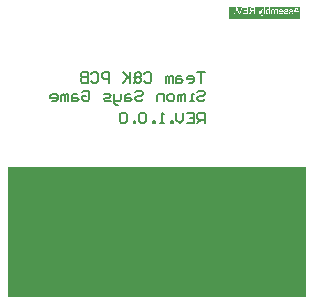
<source format=gbo>
G04*
G04 #@! TF.GenerationSoftware,Altium Limited,Altium Designer,21.1.1 (26)*
G04*
G04 Layer_Color=32896*
%FSLAX25Y25*%
%MOIN*%
G70*
G04*
G04 #@! TF.SameCoordinates,969F4329-1E93-4840-8548-A094FB753E80*
G04*
G04*
G04 #@! TF.FilePolarity,Positive*
G04*
G01*
G75*
%ADD10C,0.00787*%
%ADD146R,0.99410X0.43307*%
G36*
X291300Y175942D02*
X291303Y175935D01*
Y175922D01*
X291309Y175909D01*
X291313Y175886D01*
X291319Y175863D01*
X291332Y175807D01*
X291349Y175742D01*
X291372Y175669D01*
X291395Y175591D01*
X291424Y175509D01*
X291670Y174846D01*
X290903D01*
X291139Y175469D01*
Y175473D01*
X291142Y175482D01*
X291149Y175499D01*
X291155Y175519D01*
X291165Y175541D01*
X291175Y175571D01*
X291185Y175604D01*
X291198Y175637D01*
X291224Y175712D01*
X291250Y175791D01*
X291277Y175870D01*
X291300Y175945D01*
Y175942D01*
D02*
G37*
G36*
X292323Y172244D02*
X268701D01*
Y176181D01*
X292323D01*
X290201D01*
Y173911D01*
Y176181D01*
X291129D01*
X290201Y173911D01*
X290542D01*
X290808Y174600D01*
X291759D01*
X292005Y173911D01*
X292323D01*
X291457Y176181D01*
X292323D01*
D01*
Y172244D01*
D02*
G37*
%LPC*%
G36*
X285058Y175594D02*
Y175558D01*
X284808D01*
Y175322D01*
X284805Y175328D01*
X284795Y175341D01*
X284776Y175364D01*
X284753Y175391D01*
X284723Y175423D01*
X284687Y175456D01*
X284648Y175489D01*
X284602Y175519D01*
X284595Y175522D01*
X284579Y175532D01*
X284553Y175541D01*
X284516Y175558D01*
X284474Y175571D01*
X284425Y175581D01*
X284369Y175591D01*
X284310Y175594D01*
X285058D01*
X284310D01*
D01*
X284280D01*
X284244Y175591D01*
X284205Y175584D01*
X284156Y175574D01*
X284106Y175561D01*
X284057Y175541D01*
X284011Y175515D01*
X284005Y175512D01*
X283992Y175502D01*
X283972Y175486D01*
X283946Y175460D01*
X283920Y175430D01*
X283890Y175394D01*
X283864Y175351D01*
X283844Y175302D01*
X283841Y175305D01*
X283834Y175315D01*
X283824Y175328D01*
X283808Y175348D01*
X283788Y175371D01*
X283765Y175394D01*
X283739Y175420D01*
X283706Y175450D01*
X283670Y175476D01*
X283634Y175502D01*
X283592Y175525D01*
X283546Y175548D01*
X283496Y175568D01*
X283444Y175581D01*
X283391Y175591D01*
X283332Y175594D01*
X283559D01*
X282824D01*
X283309D01*
X283293Y175591D01*
X283270D01*
X283247Y175587D01*
X283191Y175578D01*
X283132Y175561D01*
X283070Y175535D01*
X283008Y175502D01*
X282955Y175456D01*
X282949Y175450D01*
X282936Y175430D01*
X282912Y175400D01*
X282903Y175378D01*
X282890Y175355D01*
X282876Y175325D01*
X282867Y175295D01*
X282854Y175263D01*
X282844Y175223D01*
X282837Y175184D01*
X282831Y175138D01*
X282824Y175092D01*
Y173911D01*
X283103D01*
Y174944D01*
Y174948D01*
Y174951D01*
Y174971D01*
Y175000D01*
X283106Y175036D01*
X283109Y175076D01*
X283113Y175115D01*
X283119Y175154D01*
X283129Y175184D01*
Y175187D01*
X283136Y175197D01*
X283142Y175210D01*
X283152Y175227D01*
X283165Y175246D01*
X283182Y175266D01*
X283201Y175286D01*
X283227Y175305D01*
X283231Y175309D01*
X283241Y175312D01*
X283254Y175319D01*
X283277Y175328D01*
X283299Y175338D01*
X283329Y175345D01*
X283359Y175348D01*
X283395Y175351D01*
X283411D01*
X283424Y175348D01*
X283457Y175345D01*
X283496Y175338D01*
X283542Y175322D01*
X283592Y175302D01*
X283641Y175273D01*
X283687Y175233D01*
X283690Y175227D01*
X283703Y175210D01*
X283723Y175184D01*
X283742Y175145D01*
X283765Y175092D01*
X283782Y175030D01*
X283795Y174954D01*
X283801Y174866D01*
Y173911D01*
X283569D01*
X284080D01*
Y174977D01*
Y174981D01*
Y174987D01*
Y174994D01*
Y175007D01*
X284084Y175043D01*
X284090Y175082D01*
X284097Y175128D01*
X284110Y175174D01*
X284126Y175217D01*
X284149Y175256D01*
X284152Y175259D01*
X284162Y175273D01*
X284179Y175286D01*
X284202Y175305D01*
X284231Y175322D01*
X284270Y175338D01*
X284316Y175348D01*
X284372Y175351D01*
X284392D01*
X284415Y175348D01*
X284441Y175345D01*
X284474Y175335D01*
X284513Y175325D01*
X284549Y175309D01*
X284589Y175289D01*
X284592Y175286D01*
X284605Y175276D01*
X284621Y175263D01*
X284644Y175243D01*
X284667Y175217D01*
X284690Y175184D01*
X284713Y175148D01*
X284733Y175105D01*
X284736Y175099D01*
X284739Y175082D01*
X284746Y175056D01*
X284756Y175020D01*
X284766Y174971D01*
X284772Y174912D01*
X284776Y174843D01*
X284779Y174764D01*
Y173911D01*
X284313D01*
X285058D01*
Y175594D01*
D02*
G37*
G36*
X286914Y174971D02*
Y174758D01*
D01*
Y174971D01*
D02*
G37*
G36*
X280101Y175558D02*
X279806D01*
X279462Y174603D01*
Y174600D01*
X279459Y174597D01*
X279455Y174587D01*
X279452Y174571D01*
X279446Y174554D01*
X279439Y174534D01*
X279423Y174489D01*
X279403Y174433D01*
X279383Y174367D01*
X279363Y174298D01*
X279344Y174223D01*
Y174226D01*
X279341Y174233D01*
X279337Y174243D01*
X279334Y174256D01*
X279331Y174272D01*
X279324Y174292D01*
X279311Y174341D01*
X279295Y174397D01*
X279272Y174462D01*
X279252Y174528D01*
X279226Y174597D01*
X278871Y175558D01*
X278593D01*
Y173246D01*
D01*
Y175558D01*
X279219Y173885D01*
Y173882D01*
X279222Y173872D01*
X279229Y173859D01*
X279236Y173843D01*
X279245Y173819D01*
X279255Y173793D01*
X279278Y173738D01*
X279301Y173675D01*
X279328Y173613D01*
X279354Y173557D01*
X279367Y173534D01*
X279377Y173511D01*
X279380Y173505D01*
X279390Y173488D01*
X279406Y173465D01*
X279426Y173436D01*
X279452Y173403D01*
X279482Y173370D01*
X279511Y173337D01*
X279547Y173311D01*
X279551Y173308D01*
X279564Y173301D01*
X279583Y173291D01*
X279613Y173278D01*
X279646Y173265D01*
X279685Y173255D01*
X279728Y173249D01*
X279777Y173246D01*
X278593D01*
X280101D01*
D01*
X279790D01*
X279806Y173249D01*
X279829D01*
X279855Y173255D01*
X279885Y173262D01*
X279918Y173268D01*
X279954Y173282D01*
X279983Y173541D01*
X279980D01*
X279967Y173537D01*
X279951Y173534D01*
X279931Y173528D01*
X279878Y173518D01*
X279826Y173514D01*
X279810D01*
X279793Y173518D01*
X279773D01*
X279724Y173528D01*
X279701Y173537D01*
X279678Y173547D01*
X279675D01*
X279669Y173554D01*
X279659Y173560D01*
X279646Y173570D01*
X279616Y173597D01*
X279590Y173633D01*
Y173636D01*
X279583Y173642D01*
X279577Y173655D01*
X279570Y173675D01*
X279557Y173701D01*
X279544Y173741D01*
X279524Y173787D01*
X279505Y173843D01*
Y173846D01*
X279498Y173859D01*
X279491Y173882D01*
X279478Y173911D01*
X280101Y175558D01*
D02*
G37*
G36*
X275142Y176181D02*
X273499D01*
Y175912D01*
X274840D01*
Y175220D01*
X273584D01*
Y174951D01*
X274840D01*
Y174180D01*
X273446D01*
Y176181D01*
D01*
Y173911D01*
X275142D01*
Y176181D01*
D02*
G37*
G36*
X286914Y175594D02*
X285396D01*
D01*
X286114D01*
X286091Y175591D01*
X286065Y175587D01*
X286032Y175581D01*
X285996Y175574D01*
X285953Y175565D01*
X285914Y175555D01*
X285868Y175538D01*
X285825Y175522D01*
X285779Y175499D01*
X285733Y175473D01*
X285687Y175443D01*
X285645Y175407D01*
X285605Y175368D01*
X285602Y175364D01*
X285596Y175358D01*
X285586Y175345D01*
X285573Y175325D01*
X285556Y175302D01*
X285540Y175276D01*
X285520Y175243D01*
X285500Y175204D01*
X285481Y175161D01*
X285461Y175115D01*
X285445Y175063D01*
X285428Y175007D01*
X285415Y174944D01*
X285405Y174879D01*
X285399Y174810D01*
X285396Y174735D01*
Y173875D01*
Y174695D01*
X285399Y174662D01*
X286629D01*
Y174659D01*
Y174649D01*
X286626Y174636D01*
Y174617D01*
X286622Y174594D01*
X286616Y174567D01*
X286606Y174508D01*
X286586Y174443D01*
X286560Y174371D01*
X286524Y174305D01*
X286478Y174246D01*
X286475D01*
X286471Y174239D01*
X286452Y174223D01*
X286422Y174200D01*
X286383Y174177D01*
X286330Y174151D01*
X286271Y174128D01*
X286206Y174111D01*
X286170Y174108D01*
X286130Y174105D01*
X286104D01*
X286074Y174108D01*
X286038Y174115D01*
X285999Y174125D01*
X285953Y174138D01*
X285910Y174157D01*
X285868Y174184D01*
X285864Y174187D01*
X285848Y174200D01*
X285828Y174220D01*
X285806Y174246D01*
X285779Y174282D01*
X285750Y174328D01*
X285720Y174380D01*
X285694Y174443D01*
X285405Y174407D01*
Y174403D01*
X285409Y174397D01*
X285412Y174384D01*
X285418Y174364D01*
X285428Y174344D01*
X285438Y174318D01*
X285464Y174262D01*
X285497Y174200D01*
X285543Y174134D01*
X285596Y174072D01*
X285661Y174013D01*
X285664D01*
X285671Y174006D01*
X285681Y174000D01*
X285694Y173990D01*
X285714Y173980D01*
X285733Y173970D01*
X285759Y173957D01*
X285789Y173944D01*
X285822Y173931D01*
X285855Y173918D01*
X285937Y173898D01*
X286029Y173882D01*
X286130Y173875D01*
X286166D01*
X286189Y173879D01*
X286219Y173882D01*
X286255Y173888D01*
X286294Y173895D01*
X286337Y173901D01*
X286429Y173928D01*
X286478Y173947D01*
X286524Y173967D01*
X286573Y173993D01*
X286619Y174023D01*
X286662Y174056D01*
X286704Y174095D01*
X286707Y174098D01*
X286714Y174105D01*
X286724Y174118D01*
X286737Y174138D01*
X286753Y174161D01*
X286770Y174187D01*
X286789Y174220D01*
X286809Y174256D01*
X286829Y174298D01*
X286848Y174344D01*
X286865Y174397D01*
X286881Y174452D01*
X286894Y174512D01*
X286904Y174577D01*
X286911Y174646D01*
X286914Y174718D01*
Y174758D01*
X286911Y174787D01*
X286908Y174823D01*
X286904Y174863D01*
X286898Y174908D01*
X286888Y174954D01*
X286862Y175059D01*
X286845Y175112D01*
X286826Y175168D01*
X286799Y175220D01*
X286770Y175269D01*
X286737Y175319D01*
X286701Y175364D01*
X286698Y175368D01*
X286691Y175374D01*
X286678Y175384D01*
X286662Y175400D01*
X286642Y175417D01*
X286616Y175436D01*
X286586Y175460D01*
X286550Y175479D01*
X286514Y175502D01*
X286471Y175522D01*
X286425Y175541D01*
X286376Y175558D01*
X286324Y175574D01*
X286268Y175584D01*
X286209Y175591D01*
X286147Y175594D01*
X286914D01*
D02*
G37*
G36*
X282417Y176181D02*
X280990D01*
Y173875D01*
Y174718D01*
X280994Y174689D01*
X280997Y174653D01*
X281000Y174613D01*
X281007Y174567D01*
X281017Y174518D01*
X281043Y174413D01*
X281059Y174357D01*
X281079Y174305D01*
X281102Y174249D01*
X281132Y174200D01*
X281164Y174151D01*
X281200Y174105D01*
X281204Y174102D01*
X281210Y174095D01*
X281220Y174085D01*
X281236Y174069D01*
X281259Y174052D01*
X281282Y174033D01*
X281309Y174013D01*
X281341Y173990D01*
X281378Y173970D01*
X281414Y173947D01*
X281502Y173911D01*
X281548Y173895D01*
X281597Y173885D01*
X281650Y173879D01*
X281702Y173875D01*
X281715D01*
X281732Y173879D01*
X281751D01*
X281774Y173882D01*
X281804Y173888D01*
X281870Y173905D01*
X281906Y173918D01*
X281942Y173934D01*
X281981Y173954D01*
X282017Y173977D01*
X282056Y174006D01*
X282092Y174039D01*
X282125Y174075D01*
X282158Y174118D01*
Y173911D01*
X282417D01*
Y176181D01*
D02*
G37*
G36*
X280653D02*
X280374D01*
Y173911D01*
X280653D01*
Y176181D01*
D02*
G37*
G36*
X277432D02*
X276379D01*
X276353Y176178D01*
X276323D01*
X276254Y176174D01*
X276182Y176165D01*
X276103Y176155D01*
X276031Y176138D01*
X275995Y176129D01*
X275965Y176119D01*
X275962D01*
X275959Y176116D01*
X275939Y176106D01*
X275910Y176093D01*
X275874Y176070D01*
X275834Y176040D01*
X275792Y176001D01*
X275752Y175955D01*
X275713Y175902D01*
Y175899D01*
X275710Y175896D01*
X275696Y175876D01*
X275683Y175843D01*
X275664Y175801D01*
X275647Y175751D01*
X275631Y175692D01*
X275621Y175630D01*
X275618Y175561D01*
Y175558D01*
Y175551D01*
Y175538D01*
X275621Y175522D01*
Y175499D01*
X275624Y175476D01*
X275638Y175420D01*
X275657Y175355D01*
X275683Y175286D01*
X275723Y175217D01*
X275749Y175184D01*
X275775Y175151D01*
X275779Y175148D01*
X275782Y175145D01*
X275792Y175135D01*
X275805Y175125D01*
X275821Y175112D01*
X275841Y175099D01*
X275867Y175082D01*
X275893Y175063D01*
X275926Y175046D01*
X275962Y175030D01*
X276002Y175010D01*
X276044Y174994D01*
X276093Y174981D01*
X276143Y174964D01*
X276198Y174954D01*
X276257Y174944D01*
X276251Y174941D01*
X276238Y174935D01*
X276218Y174922D01*
X276192Y174908D01*
X276133Y174872D01*
X276103Y174849D01*
X276077Y174830D01*
X276070Y174823D01*
X276054Y174807D01*
X276028Y174780D01*
X275995Y174748D01*
X275959Y174702D01*
X275916Y174653D01*
X275874Y174594D01*
X275828Y174528D01*
X275437Y173911D01*
X275811D01*
X276110Y174384D01*
Y174387D01*
X276116Y174393D01*
X276123Y174403D01*
X276133Y174416D01*
X276156Y174452D01*
X276185Y174498D01*
X276221Y174548D01*
X276257Y174600D01*
X276293Y174649D01*
X276326Y174695D01*
X276330Y174698D01*
X276339Y174712D01*
X276356Y174731D01*
X276379Y174754D01*
X276428Y174803D01*
X276454Y174827D01*
X276480Y174846D01*
X276484Y174849D01*
X276490Y174853D01*
X276503Y174859D01*
X276523Y174869D01*
X276543Y174879D01*
X276566Y174889D01*
X276618Y174905D01*
X276622D01*
X276628Y174908D01*
X276641D01*
X276658Y174912D01*
X276680Y174915D01*
X276707D01*
X276743Y174918D01*
X277130D01*
Y173911D01*
X277432D01*
Y176181D01*
D02*
G37*
G36*
X275437D02*
D01*
Y173911D01*
Y176181D01*
D01*
D02*
G37*
G36*
X273266D02*
X271186D01*
Y173911D01*
Y176181D01*
X272072Y173911D01*
X272387D01*
X273266Y176181D01*
D01*
D02*
G37*
G36*
X270872Y174230D02*
X270553D01*
Y173911D01*
X270872D01*
Y174230D01*
D02*
G37*
G36*
X290106Y175594D02*
X288738D01*
X289423D01*
X289387Y175591D01*
X289338Y175587D01*
X289286Y175581D01*
X289230Y175568D01*
X289171Y175555D01*
X289115Y175535D01*
X289112D01*
X289108Y175532D01*
X289092Y175525D01*
X289066Y175512D01*
X289033Y175496D01*
X288997Y175473D01*
X288961Y175446D01*
X288928Y175417D01*
X288898Y175384D01*
X288895Y175381D01*
X288889Y175368D01*
X288876Y175345D01*
X288859Y175319D01*
X288843Y175279D01*
X288826Y175236D01*
X288813Y175187D01*
X288800Y175131D01*
X289072Y175095D01*
Y175102D01*
X289076Y175115D01*
X289082Y175138D01*
X289092Y175168D01*
X289108Y175197D01*
X289128Y175230D01*
X289151Y175263D01*
X289184Y175292D01*
X289187Y175295D01*
X289200Y175302D01*
X289220Y175315D01*
X289249Y175328D01*
X289282Y175341D01*
X289325Y175355D01*
X289377Y175361D01*
X289433Y175364D01*
X289466D01*
X289499Y175361D01*
X289541Y175358D01*
X289584Y175348D01*
X289630Y175338D01*
X289673Y175322D01*
X289709Y175299D01*
X289712Y175295D01*
X289722Y175289D01*
X289735Y175276D01*
X289748Y175256D01*
X289764Y175236D01*
X289778Y175210D01*
X289787Y175181D01*
X289791Y175151D01*
Y175148D01*
Y175141D01*
X289787Y175131D01*
Y175118D01*
X289778Y175086D01*
X289758Y175053D01*
X289755Y175049D01*
X289751Y175046D01*
X289745Y175036D01*
X289732Y175027D01*
X289719Y175017D01*
X289699Y175004D01*
X289676Y174994D01*
X289650Y174981D01*
X289646D01*
X289640Y174977D01*
X289627Y174974D01*
X289604Y174964D01*
X289571Y174954D01*
X289528Y174944D01*
X289502Y174935D01*
X289473Y174928D01*
X289440Y174918D01*
X289404Y174908D01*
X289400D01*
X289390Y174905D01*
X289374Y174902D01*
X289354Y174895D01*
X289332Y174889D01*
X289302Y174882D01*
X289240Y174863D01*
X289171Y174843D01*
X289102Y174820D01*
X289040Y174797D01*
X289013Y174787D01*
X288990Y174777D01*
X288984Y174774D01*
X288971Y174767D01*
X288951Y174758D01*
X288921Y174741D01*
X288892Y174722D01*
X288862Y174695D01*
X288833Y174666D01*
X288807Y174633D01*
X288803Y174630D01*
X288797Y174617D01*
X288784Y174597D01*
X288771Y174567D01*
X288761Y174531D01*
X288748Y174492D01*
X288741Y174446D01*
X288738Y174393D01*
Y174371D01*
X288741Y174344D01*
X288748Y174308D01*
X288757Y174269D01*
X288774Y174226D01*
X288794Y174177D01*
X288820Y174131D01*
X288823Y174125D01*
X288836Y174111D01*
X288853Y174089D01*
X288879Y174062D01*
X288915Y174033D01*
X288954Y174000D01*
X289000Y173970D01*
X289056Y173941D01*
X289059D01*
X289062Y173938D01*
X289082Y173931D01*
X289115Y173921D01*
X289158Y173908D01*
X289210Y173895D01*
X289269Y173885D01*
X289332Y173879D01*
X289404Y173875D01*
X289433D01*
X289456Y173879D01*
X289482D01*
X289515Y173882D01*
X289548Y173885D01*
X289584Y173892D01*
X289663Y173908D01*
X289745Y173931D01*
X289824Y173964D01*
X289860Y173984D01*
X289892Y174006D01*
X289896Y174010D01*
X289899Y174013D01*
X289919Y174033D01*
X289948Y174062D01*
X289981Y174108D01*
X290017Y174164D01*
X290053Y174230D01*
X290083Y174311D01*
X290106Y174403D01*
X289830Y174446D01*
Y174443D01*
Y174439D01*
X289824Y174420D01*
X289817Y174387D01*
X289804Y174351D01*
X289787Y174311D01*
X289768Y174269D01*
X289738Y174226D01*
X289702Y174190D01*
X289696Y174187D01*
X289682Y174177D01*
X289656Y174164D01*
X289623Y174147D01*
X289581Y174131D01*
X289532Y174118D01*
X289473Y174108D01*
X289404Y174105D01*
X289371D01*
X289338Y174108D01*
X289295Y174115D01*
X289249Y174125D01*
X289200Y174138D01*
X289158Y174154D01*
X289118Y174180D01*
X289115Y174184D01*
X289102Y174193D01*
X289089Y174210D01*
X289069Y174233D01*
X289053Y174259D01*
X289036Y174292D01*
X289026Y174325D01*
X289023Y174364D01*
Y174367D01*
Y174380D01*
X289026Y174397D01*
X289033Y174420D01*
X289043Y174443D01*
X289059Y174466D01*
X289079Y174492D01*
X289108Y174512D01*
X289112Y174515D01*
X289122Y174518D01*
X289138Y174528D01*
X289164Y174538D01*
X289204Y174551D01*
X289227Y174561D01*
X289253Y174567D01*
X289282Y174577D01*
X289315Y174587D01*
X289351Y174597D01*
X289394Y174607D01*
X289397D01*
X289407Y174610D01*
X289423Y174613D01*
X289443Y174620D01*
X289469Y174626D01*
X289499Y174636D01*
X289561Y174653D01*
X289633Y174676D01*
X289702Y174695D01*
X289768Y174718D01*
X289797Y174731D01*
X289820Y174741D01*
X289827Y174744D01*
X289840Y174751D01*
X289860Y174764D01*
X289886Y174780D01*
X289915Y174803D01*
X289945Y174830D01*
X289974Y174859D01*
X290001Y174895D01*
X290004Y174899D01*
X290010Y174912D01*
X290020Y174935D01*
X290030Y174961D01*
X290040Y174994D01*
X290050Y175033D01*
X290056Y175073D01*
X290060Y175118D01*
Y175125D01*
Y175138D01*
X290056Y175158D01*
X290053Y175187D01*
X290047Y175217D01*
X290040Y175253D01*
X290027Y175286D01*
X290010Y175322D01*
X290007Y175325D01*
X290001Y175338D01*
X289991Y175355D01*
X289974Y175378D01*
X289955Y175400D01*
X289932Y175430D01*
X289906Y175456D01*
X289873Y175479D01*
X289869Y175482D01*
X289860Y175486D01*
X289846Y175496D01*
X289827Y175505D01*
X289801Y175519D01*
X289771Y175532D01*
X289735Y175545D01*
X289696Y175558D01*
X289689Y175561D01*
X289676Y175565D01*
X289653Y175571D01*
X289623Y175578D01*
X289587Y175584D01*
X289548Y175587D01*
X289502Y175594D01*
X290106D01*
D02*
G37*
G36*
X288518D02*
X287150D01*
X287836D01*
X287800Y175591D01*
X287751Y175587D01*
X287698Y175581D01*
X287642Y175568D01*
X287583Y175555D01*
X287527Y175535D01*
X287524D01*
X287521Y175532D01*
X287505Y175525D01*
X287478Y175512D01*
X287445Y175496D01*
X287409Y175473D01*
X287373Y175446D01*
X287340Y175417D01*
X287311Y175384D01*
X287308Y175381D01*
X287301Y175368D01*
X287288Y175345D01*
X287272Y175319D01*
X287255Y175279D01*
X287239Y175236D01*
X287226Y175187D01*
X287213Y175131D01*
X287485Y175095D01*
Y175102D01*
X287488Y175115D01*
X287495Y175138D01*
X287505Y175168D01*
X287521Y175197D01*
X287541Y175230D01*
X287563Y175263D01*
X287596Y175292D01*
X287600Y175295D01*
X287613Y175302D01*
X287632Y175315D01*
X287662Y175328D01*
X287695Y175341D01*
X287737Y175355D01*
X287790Y175361D01*
X287846Y175364D01*
X287878D01*
X287911Y175361D01*
X287954Y175358D01*
X287997Y175348D01*
X288042Y175338D01*
X288085Y175322D01*
X288121Y175299D01*
X288124Y175295D01*
X288134Y175289D01*
X288147Y175276D01*
X288160Y175256D01*
X288177Y175236D01*
X288190Y175210D01*
X288200Y175181D01*
X288203Y175151D01*
Y175148D01*
Y175141D01*
X288200Y175131D01*
Y175118D01*
X288190Y175086D01*
X288170Y175053D01*
X288167Y175049D01*
X288164Y175046D01*
X288157Y175036D01*
X288144Y175027D01*
X288131Y175017D01*
X288111Y175004D01*
X288088Y174994D01*
X288062Y174981D01*
X288059D01*
X288052Y174977D01*
X288039Y174974D01*
X288016Y174964D01*
X287983Y174954D01*
X287941Y174944D01*
X287914Y174935D01*
X287885Y174928D01*
X287852Y174918D01*
X287816Y174908D01*
X287813D01*
X287803Y174905D01*
X287787Y174902D01*
X287767Y174895D01*
X287744Y174889D01*
X287714Y174882D01*
X287652Y174863D01*
X287583Y174843D01*
X287514Y174820D01*
X287452Y174797D01*
X287426Y174787D01*
X287403Y174777D01*
X287396Y174774D01*
X287383Y174767D01*
X287364Y174758D01*
X287334Y174741D01*
X287304Y174722D01*
X287275Y174695D01*
X287245Y174666D01*
X287219Y174633D01*
X287216Y174630D01*
X287209Y174617D01*
X287196Y174597D01*
X287183Y174567D01*
X287173Y174531D01*
X287160Y174492D01*
X287154Y174446D01*
X287150Y174393D01*
Y174371D01*
X287154Y174344D01*
X287160Y174308D01*
X287170Y174269D01*
X287186Y174226D01*
X287206Y174177D01*
X287232Y174131D01*
X287236Y174125D01*
X287249Y174111D01*
X287265Y174089D01*
X287291Y174062D01*
X287327Y174033D01*
X287367Y174000D01*
X287413Y173970D01*
X287468Y173941D01*
X287472D01*
X287475Y173938D01*
X287495Y173931D01*
X287527Y173921D01*
X287570Y173908D01*
X287623Y173895D01*
X287682Y173885D01*
X287744Y173879D01*
X287816Y173875D01*
X287846D01*
X287869Y173879D01*
X287895D01*
X287928Y173882D01*
X287960Y173885D01*
X287997Y173892D01*
X288075Y173908D01*
X288157Y173931D01*
X288236Y173964D01*
X288272Y173984D01*
X288305Y174006D01*
X288308Y174010D01*
X288311Y174013D01*
X288331Y174033D01*
X288361Y174062D01*
X288393Y174108D01*
X288429Y174164D01*
X288465Y174230D01*
X288495Y174311D01*
X288518Y174403D01*
X288243Y174446D01*
Y174443D01*
Y174439D01*
X288236Y174420D01*
X288229Y174387D01*
X288216Y174351D01*
X288200Y174311D01*
X288180Y174269D01*
X288151Y174226D01*
X288115Y174190D01*
X288108Y174187D01*
X288095Y174177D01*
X288069Y174164D01*
X288036Y174147D01*
X287993Y174131D01*
X287944Y174118D01*
X287885Y174108D01*
X287816Y174105D01*
X287783D01*
X287751Y174108D01*
X287708Y174115D01*
X287662Y174125D01*
X287613Y174138D01*
X287570Y174154D01*
X287531Y174180D01*
X287527Y174184D01*
X287514Y174193D01*
X287501Y174210D01*
X287482Y174233D01*
X287465Y174259D01*
X287449Y174292D01*
X287439Y174325D01*
X287436Y174364D01*
Y174367D01*
Y174380D01*
X287439Y174397D01*
X287445Y174420D01*
X287455Y174443D01*
X287472Y174466D01*
X287491Y174492D01*
X287521Y174512D01*
X287524Y174515D01*
X287534Y174518D01*
X287550Y174528D01*
X287577Y174538D01*
X287616Y174551D01*
X287639Y174561D01*
X287665Y174567D01*
X287695Y174577D01*
X287728Y174587D01*
X287764Y174597D01*
X287806Y174607D01*
X287809D01*
X287819Y174610D01*
X287836Y174613D01*
X287856Y174620D01*
X287882Y174626D01*
X287911Y174636D01*
X287973Y174653D01*
X288046Y174676D01*
X288115Y174695D01*
X288180Y174718D01*
X288210Y174731D01*
X288233Y174741D01*
X288239Y174744D01*
X288252Y174751D01*
X288272Y174764D01*
X288298Y174780D01*
X288328Y174803D01*
X288357Y174830D01*
X288387Y174859D01*
X288413Y174895D01*
X288416Y174899D01*
X288423Y174912D01*
X288433Y174935D01*
X288443Y174961D01*
X288452Y174994D01*
X288462Y175033D01*
X288469Y175073D01*
X288472Y175118D01*
Y175125D01*
Y175138D01*
X288469Y175158D01*
X288465Y175187D01*
X288459Y175217D01*
X288452Y175253D01*
X288439Y175286D01*
X288423Y175322D01*
X288420Y175325D01*
X288413Y175338D01*
X288403Y175355D01*
X288387Y175378D01*
X288367Y175400D01*
X288344Y175430D01*
X288318Y175456D01*
X288285Y175479D01*
X288282Y175482D01*
X288272Y175486D01*
X288259Y175496D01*
X288239Y175505D01*
X288213Y175519D01*
X288183Y175532D01*
X288147Y175545D01*
X288108Y175558D01*
X288102Y175561D01*
X288088Y175565D01*
X288065Y175571D01*
X288036Y175578D01*
X288000Y175584D01*
X287960Y175587D01*
X287914Y175594D01*
X288518D01*
D02*
G37*
%LPD*%
G36*
X286176Y175361D02*
X286212Y175358D01*
X286255Y175348D01*
X286307Y175332D01*
X286363Y175309D01*
X286416Y175276D01*
X286468Y175233D01*
X286475Y175227D01*
X286488Y175210D01*
X286511Y175181D01*
X286534Y175141D01*
X286560Y175095D01*
X286583Y175036D01*
X286602Y174968D01*
X286612Y174892D01*
X285691D01*
Y174895D01*
Y174902D01*
X285694Y174912D01*
Y174925D01*
X285700Y174964D01*
X285710Y175007D01*
X285727Y175059D01*
X285743Y175109D01*
X285769Y175158D01*
X285799Y175200D01*
Y175204D01*
X285806Y175207D01*
X285822Y175227D01*
X285851Y175253D01*
X285891Y175282D01*
X285940Y175312D01*
X285999Y175338D01*
X286068Y175358D01*
X286104Y175361D01*
X286143Y175364D01*
X286163D01*
X286176Y175361D01*
D02*
G37*
G36*
X282138Y175371D02*
X282135Y175374D01*
X282132Y175381D01*
X282122Y175391D01*
X282106Y175407D01*
X282089Y175423D01*
X282069Y175443D01*
X282043Y175463D01*
X282017Y175482D01*
X281951Y175525D01*
X281876Y175558D01*
X281833Y175574D01*
X281787Y175584D01*
X281738Y175591D01*
X281689Y175594D01*
X281663D01*
X281633Y175591D01*
X281597Y175587D01*
X281555Y175578D01*
X281505Y175568D01*
X281453Y175551D01*
X281404Y175532D01*
X281397Y175528D01*
X281381Y175522D01*
X281354Y175505D01*
X281325Y175486D01*
X281289Y175463D01*
X281253Y175433D01*
X281213Y175397D01*
X281181Y175358D01*
X281177Y175355D01*
X281168Y175338D01*
X281151Y175315D01*
X281132Y175286D01*
X281108Y175246D01*
X281086Y175200D01*
X281063Y175148D01*
X281043Y175092D01*
Y175089D01*
X281040Y175086D01*
X281036Y175076D01*
X281033Y175066D01*
X281027Y175033D01*
X281017Y174990D01*
X281007Y174941D01*
X280997Y174885D01*
X280994Y174823D01*
X280990Y174758D01*
Y176181D01*
X282138D01*
Y175371D01*
D02*
G37*
G36*
X281745Y175361D02*
X281781Y175355D01*
X281823Y175345D01*
X281873Y175325D01*
X281925Y175295D01*
X281951Y175279D01*
X281978Y175256D01*
X282004Y175233D01*
X282030Y175204D01*
Y175200D01*
X282037Y175197D01*
X282043Y175187D01*
X282050Y175174D01*
X282060Y175158D01*
X282073Y175138D01*
X282083Y175115D01*
X282096Y175089D01*
X282109Y175056D01*
X282119Y175023D01*
X282132Y174984D01*
X282142Y174944D01*
X282148Y174899D01*
X282155Y174849D01*
X282161Y174800D01*
Y174744D01*
Y174741D01*
Y174731D01*
Y174715D01*
Y174695D01*
X282158Y174672D01*
Y174643D01*
X282152Y174581D01*
X282142Y174512D01*
X282129Y174439D01*
X282109Y174374D01*
X282096Y174344D01*
X282083Y174318D01*
Y174315D01*
X282076Y174308D01*
X282069Y174298D01*
X282060Y174285D01*
X282030Y174249D01*
X281988Y174213D01*
X281938Y174174D01*
X281876Y174138D01*
X281843Y174125D01*
X281804Y174115D01*
X281768Y174108D01*
X281725Y174105D01*
X281709D01*
X281696Y174108D01*
X281660Y174115D01*
X281617Y174125D01*
X281568Y174144D01*
X281515Y174170D01*
X281463Y174210D01*
X281436Y174236D01*
X281410Y174262D01*
Y174266D01*
X281404Y174269D01*
X281397Y174279D01*
X281391Y174292D01*
X281378Y174308D01*
X281368Y174328D01*
X281354Y174354D01*
X281341Y174380D01*
X281332Y174413D01*
X281318Y174446D01*
X281305Y174485D01*
X281295Y174528D01*
X281289Y174574D01*
X281282Y174623D01*
X281276Y174679D01*
Y174735D01*
Y174738D01*
Y174748D01*
Y174764D01*
X281279Y174787D01*
Y174813D01*
X281282Y174846D01*
X281292Y174915D01*
X281305Y174990D01*
X281328Y175073D01*
X281361Y175145D01*
X281381Y175181D01*
X281404Y175210D01*
Y175214D01*
X281410Y175217D01*
X281427Y175233D01*
X281453Y175259D01*
X281489Y175289D01*
X281535Y175315D01*
X281587Y175341D01*
X281650Y175358D01*
X281682Y175364D01*
X281732D01*
X281745Y175361D01*
D02*
G37*
G36*
X277130Y175177D02*
X276454D01*
X276415Y175181D01*
X276369Y175184D01*
X276316Y175187D01*
X276264Y175194D01*
X276212Y175204D01*
X276166Y175217D01*
X276159Y175220D01*
X276146Y175227D01*
X276126Y175236D01*
X276100Y175250D01*
X276070Y175269D01*
X276041Y175292D01*
X276011Y175322D01*
X275988Y175355D01*
X275985Y175358D01*
X275979Y175371D01*
X275969Y175391D01*
X275956Y175417D01*
X275946Y175446D01*
X275936Y175479D01*
X275929Y175519D01*
X275926Y175558D01*
Y175561D01*
Y175565D01*
X275929Y175584D01*
X275933Y175614D01*
X275939Y175653D01*
X275956Y175692D01*
X275975Y175738D01*
X276005Y175781D01*
X276044Y175824D01*
X276051Y175827D01*
X276067Y175840D01*
X276093Y175856D01*
X276136Y175876D01*
X276185Y175896D01*
X276251Y175912D01*
X276326Y175925D01*
X276415Y175928D01*
X277130D01*
Y175177D01*
D02*
G37*
G36*
X272348Y174531D02*
Y174528D01*
X272344Y174521D01*
X272341Y174512D01*
X272335Y174498D01*
X272331Y174479D01*
X272325Y174459D01*
X272308Y174410D01*
X272289Y174354D01*
X272269Y174292D01*
X272230Y174161D01*
Y174164D01*
X272226Y174170D01*
X272223Y174180D01*
X272220Y174193D01*
X272210Y174230D01*
X272194Y174279D01*
X272177Y174335D01*
X272157Y174397D01*
X272134Y174462D01*
X272108Y174531D01*
X271492Y176181D01*
X272938D01*
X272348Y174531D01*
D02*
G37*
D10*
X260567Y154602D02*
X258206D01*
X259386D01*
Y151060D01*
X255254D02*
X256434D01*
X257025Y151650D01*
Y152831D01*
X256434Y153421D01*
X255254D01*
X254663Y152831D01*
Y152241D01*
X257025D01*
X252892Y153421D02*
X251712D01*
X251121Y152831D01*
Y151060D01*
X252892D01*
X253483Y151650D01*
X252892Y152241D01*
X251121D01*
X249940Y151060D02*
Y153421D01*
X249350D01*
X248760Y152831D01*
Y151060D01*
Y152831D01*
X248169Y153421D01*
X247579Y152831D01*
Y151060D01*
X240495Y154012D02*
X241085Y154602D01*
X242266D01*
X242856Y154012D01*
Y151650D01*
X242266Y151060D01*
X241085D01*
X240495Y151650D01*
X236952Y151060D02*
X237543Y151650D01*
X238133Y151060D01*
X238724D01*
X239314Y151650D01*
Y152241D01*
X238724Y152831D01*
X239314Y153421D01*
Y154012D01*
X238724Y154602D01*
X238133D01*
X237543Y154012D01*
Y153421D01*
X238133Y152831D01*
X237543Y152241D01*
Y151650D01*
X236952Y152831D02*
X237543Y152241D01*
X238724Y152831D02*
X238133D01*
X235772Y154602D02*
Y151060D01*
Y152241D01*
X233410Y154602D01*
X235181Y152831D01*
X233410Y151060D01*
X228688D02*
Y154602D01*
X226916D01*
X226326Y154012D01*
Y152831D01*
X226916Y152241D01*
X228688D01*
X222784Y154012D02*
X223374Y154602D01*
X224555D01*
X225145Y154012D01*
Y151650D01*
X224555Y151060D01*
X223374D01*
X222784Y151650D01*
X221603Y154602D02*
Y151060D01*
X219832D01*
X219242Y151650D01*
Y152241D01*
X219832Y152831D01*
X221603D01*
X219832D01*
X219242Y153421D01*
Y154012D01*
X219832Y154602D01*
X221603D01*
X258206Y147871D02*
X258796Y148462D01*
X259977D01*
X260567Y147871D01*
Y147281D01*
X259977Y146691D01*
X258796D01*
X258206Y146100D01*
Y145510D01*
X258796Y144920D01*
X259977D01*
X260567Y145510D01*
X257025Y144920D02*
X255844D01*
X256434D01*
Y147281D01*
X257025D01*
X254073Y144920D02*
Y147281D01*
X253483D01*
X252892Y146691D01*
Y144920D01*
Y146691D01*
X252302Y147281D01*
X251712Y146691D01*
Y144920D01*
X249940D02*
X248760D01*
X248169Y145510D01*
Y146691D01*
X248760Y147281D01*
X249940D01*
X250531Y146691D01*
Y145510D01*
X249940Y144920D01*
X246989D02*
Y147281D01*
X245218D01*
X244627Y146691D01*
Y144920D01*
X237543Y147871D02*
X238133Y148462D01*
X239314D01*
X239904Y147871D01*
Y147281D01*
X239314Y146691D01*
X238133D01*
X237543Y146100D01*
Y145510D01*
X238133Y144920D01*
X239314D01*
X239904Y145510D01*
X235772Y147281D02*
X234591D01*
X234001Y146691D01*
Y144920D01*
X235772D01*
X236362Y145510D01*
X235772Y146100D01*
X234001D01*
X232820Y147281D02*
Y145510D01*
X232230Y144920D01*
X230459D01*
Y144329D01*
X231049Y143739D01*
X231639D01*
X230459Y144920D02*
Y147281D01*
X229278Y144920D02*
X227507D01*
X226916Y145510D01*
X227507Y146100D01*
X228688D01*
X229278Y146691D01*
X228688Y147281D01*
X226916D01*
X219832Y147871D02*
X220422Y148462D01*
X221603D01*
X222194Y147871D01*
Y145510D01*
X221603Y144920D01*
X220422D01*
X219832Y145510D01*
Y146691D01*
X221013D01*
X218061Y147281D02*
X216880D01*
X216290Y146691D01*
Y144920D01*
X218061D01*
X218651Y145510D01*
X218061Y146100D01*
X216290D01*
X215109Y144920D02*
Y147281D01*
X214519D01*
X213929Y146691D01*
Y144920D01*
Y146691D01*
X213338Y147281D01*
X212748Y146691D01*
Y144920D01*
X209796D02*
X210977D01*
X211567Y145510D01*
Y146691D01*
X210977Y147281D01*
X209796D01*
X209206Y146691D01*
Y146100D01*
X211567D01*
X260567Y137598D02*
Y141141D01*
X258796D01*
X258206Y140550D01*
Y139369D01*
X258796Y138779D01*
X260567D01*
X259386D02*
X258206Y137598D01*
X254663Y141141D02*
X257025D01*
Y137598D01*
X254663D01*
X257025Y139369D02*
X255844D01*
X253483Y141141D02*
Y138779D01*
X252302Y137598D01*
X251121Y138779D01*
Y141141D01*
X249940Y137598D02*
Y138189D01*
X249350D01*
Y137598D01*
X249940D01*
X246989D02*
X245808D01*
X246398D01*
Y141141D01*
X246989Y140550D01*
X244037Y137598D02*
Y138189D01*
X243446D01*
Y137598D01*
X244037D01*
X241085Y140550D02*
X240495Y141141D01*
X239314D01*
X238724Y140550D01*
Y138189D01*
X239314Y137598D01*
X240495D01*
X241085Y138189D01*
Y140550D01*
X237543Y137598D02*
Y138189D01*
X236952D01*
Y137598D01*
X237543D01*
X234591Y140550D02*
X234001Y141141D01*
X232820D01*
X232230Y140550D01*
Y138189D01*
X232820Y137598D01*
X234001D01*
X234591Y138189D01*
Y140550D01*
D146*
X244587Y101378D02*
D03*
M02*

</source>
